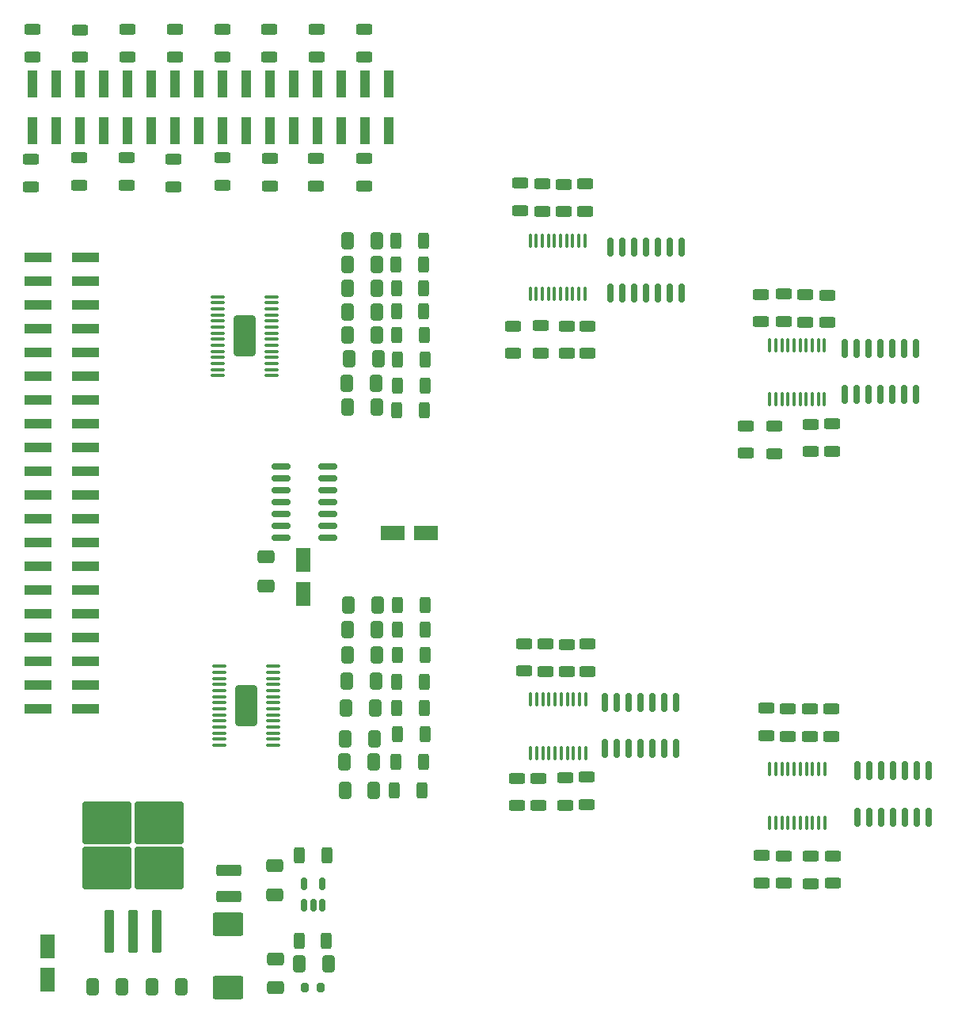
<source format=gbr>
%TF.GenerationSoftware,KiCad,Pcbnew,(7.0.0)*%
%TF.CreationDate,2023-04-15T15:54:35-07:00*%
%TF.ProjectId,FaultSignalGenerator_Isaiah_16Channel,4661756c-7453-4696-976e-616c47656e65,rev?*%
%TF.SameCoordinates,Original*%
%TF.FileFunction,Paste,Top*%
%TF.FilePolarity,Positive*%
%FSLAX46Y46*%
G04 Gerber Fmt 4.6, Leading zero omitted, Abs format (unit mm)*
G04 Created by KiCad (PCBNEW (7.0.0)) date 2023-04-15 15:54:35*
%MOMM*%
%LPD*%
G01*
G04 APERTURE LIST*
G04 Aperture macros list*
%AMRoundRect*
0 Rectangle with rounded corners*
0 $1 Rounding radius*
0 $2 $3 $4 $5 $6 $7 $8 $9 X,Y pos of 4 corners*
0 Add a 4 corners polygon primitive as box body*
4,1,4,$2,$3,$4,$5,$6,$7,$8,$9,$2,$3,0*
0 Add four circle primitives for the rounded corners*
1,1,$1+$1,$2,$3*
1,1,$1+$1,$4,$5*
1,1,$1+$1,$6,$7*
1,1,$1+$1,$8,$9*
0 Add four rect primitives between the rounded corners*
20,1,$1+$1,$2,$3,$4,$5,0*
20,1,$1+$1,$4,$5,$6,$7,0*
20,1,$1+$1,$6,$7,$8,$9,0*
20,1,$1+$1,$8,$9,$2,$3,0*%
G04 Aperture macros list end*
%ADD10RoundRect,0.250000X-1.075000X0.375000X-1.075000X-0.375000X1.075000X-0.375000X1.075000X0.375000X0*%
%ADD11RoundRect,0.150000X-0.150000X0.825000X-0.150000X-0.825000X0.150000X-0.825000X0.150000X0.825000X0*%
%ADD12RoundRect,0.250000X-0.312500X-0.625000X0.312500X-0.625000X0.312500X0.625000X-0.312500X0.625000X0*%
%ADD13RoundRect,0.250001X-0.899999X-1.924999X0.899999X-1.924999X0.899999X1.924999X-0.899999X1.924999X0*%
%ADD14RoundRect,0.100000X-0.637500X-0.100000X0.637500X-0.100000X0.637500X0.100000X-0.637500X0.100000X0*%
%ADD15RoundRect,0.250000X0.625000X-0.312500X0.625000X0.312500X-0.625000X0.312500X-0.625000X-0.312500X0*%
%ADD16RoundRect,0.250000X1.400000X1.000000X-1.400000X1.000000X-1.400000X-1.000000X1.400000X-1.000000X0*%
%ADD17RoundRect,0.250000X-0.412500X-0.650000X0.412500X-0.650000X0.412500X0.650000X-0.412500X0.650000X0*%
%ADD18RoundRect,0.250000X0.412500X0.650000X-0.412500X0.650000X-0.412500X-0.650000X0.412500X-0.650000X0*%
%ADD19RoundRect,0.250000X1.050000X0.550000X-1.050000X0.550000X-1.050000X-0.550000X1.050000X-0.550000X0*%
%ADD20RoundRect,0.250000X-0.625000X0.312500X-0.625000X-0.312500X0.625000X-0.312500X0.625000X0.312500X0*%
%ADD21RoundRect,0.100000X0.100000X-0.637500X0.100000X0.637500X-0.100000X0.637500X-0.100000X-0.637500X0*%
%ADD22RoundRect,0.250000X0.650000X-0.412500X0.650000X0.412500X-0.650000X0.412500X-0.650000X-0.412500X0*%
%ADD23RoundRect,0.250000X-0.650000X0.412500X-0.650000X-0.412500X0.650000X-0.412500X0.650000X0.412500X0*%
%ADD24RoundRect,0.250000X0.550000X-1.050000X0.550000X1.050000X-0.550000X1.050000X-0.550000X-1.050000X0*%
%ADD25RoundRect,0.250000X0.312500X0.625000X-0.312500X0.625000X-0.312500X-0.625000X0.312500X-0.625000X0*%
%ADD26RoundRect,0.250000X0.300000X-2.050000X0.300000X2.050000X-0.300000X2.050000X-0.300000X-2.050000X0*%
%ADD27RoundRect,0.250000X2.375000X-2.025000X2.375000X2.025000X-2.375000X2.025000X-2.375000X-2.025000X0*%
%ADD28RoundRect,0.150000X0.150000X-0.512500X0.150000X0.512500X-0.150000X0.512500X-0.150000X-0.512500X0*%
%ADD29RoundRect,0.250000X-0.550000X1.050000X-0.550000X-1.050000X0.550000X-1.050000X0.550000X1.050000X0*%
%ADD30RoundRect,0.200000X0.200000X0.275000X-0.200000X0.275000X-0.200000X-0.275000X0.200000X-0.275000X0*%
%ADD31RoundRect,0.150000X-0.825000X-0.150000X0.825000X-0.150000X0.825000X0.150000X-0.825000X0.150000X0*%
%ADD32R,3.000000X1.000000*%
%ADD33R,1.000000X3.000000*%
G04 APERTURE END LIST*
D10*
%TO.C,L1*%
X76795673Y-122225443D03*
X76795673Y-125025443D03*
%TD*%
D11*
%TO.C,U10*%
X124635500Y-104288000D03*
X123365500Y-104288000D03*
X122095500Y-104288000D03*
X120825500Y-104288000D03*
X119555500Y-104288000D03*
X118285500Y-104288000D03*
X117015500Y-104288000D03*
X117015500Y-109238000D03*
X118285500Y-109238000D03*
X119555500Y-109238000D03*
X120825500Y-109238000D03*
X122095500Y-109238000D03*
X123365500Y-109238000D03*
X124635500Y-109238000D03*
%TD*%
D12*
%TO.C,R50*%
X94843592Y-96518621D03*
X97768592Y-96518621D03*
%TD*%
D13*
%TO.C,U14*%
X78661113Y-104633812D03*
D14*
X75798613Y-100408812D03*
X75798613Y-101058812D03*
X75798613Y-101708812D03*
X75798613Y-102358812D03*
X75798613Y-103008812D03*
X75798613Y-103658812D03*
X75798613Y-104308812D03*
X75798613Y-104958812D03*
X75798613Y-105608812D03*
X75798613Y-106258812D03*
X75798613Y-106908812D03*
X75798613Y-107558812D03*
X75798613Y-108208812D03*
X75798613Y-108858812D03*
X81523613Y-108858812D03*
X81523613Y-108208812D03*
X81523613Y-107558812D03*
X81523613Y-106908812D03*
X81523613Y-106258812D03*
X81523613Y-105608812D03*
X81523613Y-104958812D03*
X81523613Y-104308812D03*
X81523613Y-103658812D03*
X81523613Y-103008812D03*
X81523613Y-102358812D03*
X81523613Y-101708812D03*
X81523613Y-101058812D03*
X81523613Y-100408812D03*
%TD*%
D12*
%TO.C,R127*%
X94758500Y-73074000D03*
X97683500Y-73074000D03*
%TD*%
%TO.C,R103*%
X94716082Y-62421099D03*
X97641082Y-62421099D03*
%TD*%
D15*
%TO.C,R11*%
X65890751Y-49002500D03*
X65890751Y-46077500D03*
%TD*%
%TO.C,R48*%
X140775500Y-63663000D03*
X140775500Y-60738000D03*
%TD*%
D16*
%TO.C,D1*%
X76710500Y-134805500D03*
X76710500Y-128005500D03*
%TD*%
D11*
%TO.C,U11*%
X125225500Y-55588000D03*
X123955500Y-55588000D03*
X122685500Y-55588000D03*
X121415500Y-55588000D03*
X120145500Y-55588000D03*
X118875500Y-55588000D03*
X117605500Y-55588000D03*
X117605500Y-60538000D03*
X118875500Y-60538000D03*
X120145500Y-60538000D03*
X121415500Y-60538000D03*
X122685500Y-60538000D03*
X123955500Y-60538000D03*
X125225500Y-60538000D03*
%TD*%
D12*
%TO.C,R52*%
X94774024Y-102088317D03*
X97699024Y-102088317D03*
%TD*%
D15*
%TO.C,R44*%
X115175500Y-100963000D03*
X115175500Y-98038000D03*
%TD*%
D12*
%TO.C,R74*%
X94857116Y-107663856D03*
X97782116Y-107663856D03*
%TD*%
%TO.C,R104*%
X94758500Y-65014992D03*
X97683500Y-65014992D03*
%TD*%
D17*
%TO.C,C45*%
X89470386Y-62586922D03*
X92595386Y-62586922D03*
%TD*%
D18*
%TO.C,C80*%
X65338000Y-134690500D03*
X62213000Y-134690500D03*
%TD*%
D15*
%TO.C,R24*%
X115165500Y-66975500D03*
X115165500Y-64050500D03*
%TD*%
D19*
%TO.C,C27*%
X97925500Y-86188000D03*
X94325500Y-86188000D03*
%TD*%
D15*
%TO.C,R14*%
X81190751Y-49052500D03*
X81190751Y-46127500D03*
%TD*%
%TO.C,R40*%
X141314205Y-77435948D03*
X141314205Y-74510948D03*
%TD*%
D12*
%TO.C,R76*%
X94504500Y-113714000D03*
X97429500Y-113714000D03*
%TD*%
D15*
%TO.C,R33*%
X107638285Y-115302965D03*
X107638285Y-112377965D03*
%TD*%
D12*
%TO.C,R53*%
X94766705Y-104867220D03*
X97691705Y-104867220D03*
%TD*%
D15*
%TO.C,R41*%
X108375500Y-100913000D03*
X108375500Y-97988000D03*
%TD*%
D20*
%TO.C,R6*%
X81140751Y-32327500D03*
X81140751Y-35252500D03*
%TD*%
D15*
%TO.C,R9*%
X55640751Y-49152500D03*
X55640751Y-46227500D03*
%TD*%
%TO.C,R42*%
X110675500Y-100963000D03*
X110675500Y-98038000D03*
%TD*%
D21*
%TO.C,U1*%
X134670500Y-117125500D03*
X135320500Y-117125500D03*
X135970500Y-117125500D03*
X136620500Y-117125500D03*
X137270500Y-117125500D03*
X137920500Y-117125500D03*
X138570500Y-117125500D03*
X139220500Y-117125500D03*
X139870500Y-117125500D03*
X140520500Y-117125500D03*
X140520500Y-111400500D03*
X139870500Y-111400500D03*
X139220500Y-111400500D03*
X138570500Y-111400500D03*
X137920500Y-111400500D03*
X137270500Y-111400500D03*
X136620500Y-111400500D03*
X135970500Y-111400500D03*
X135320500Y-111400500D03*
X134670500Y-111400500D03*
%TD*%
D12*
%TO.C,R102*%
X94712745Y-59979614D03*
X97637745Y-59979614D03*
%TD*%
D15*
%TO.C,R46*%
X136125500Y-63563000D03*
X136125500Y-60638000D03*
%TD*%
%TO.C,R27*%
X138909500Y-107914000D03*
X138909500Y-104989000D03*
%TD*%
D20*
%TO.C,R4*%
X71040751Y-32327500D03*
X71040751Y-35252500D03*
%TD*%
D15*
%TO.C,R17*%
X133782240Y-123560790D03*
X133782240Y-120635790D03*
%TD*%
%TO.C,R21*%
X107222558Y-66958598D03*
X107222558Y-64033598D03*
%TD*%
%TO.C,R43*%
X112925500Y-101013000D03*
X112925500Y-98088000D03*
%TD*%
D17*
%TO.C,C35*%
X89206980Y-110641551D03*
X92331980Y-110641551D03*
%TD*%
D22*
%TO.C,C81*%
X81745629Y-124844997D03*
X81745629Y-121719997D03*
%TD*%
D15*
%TO.C,R13*%
X76140751Y-49002500D03*
X76140751Y-46077500D03*
%TD*%
D12*
%TO.C,R51*%
X94840844Y-99217890D03*
X97765844Y-99217890D03*
%TD*%
D17*
%TO.C,C32*%
X89539936Y-96533812D03*
X92664936Y-96533812D03*
%TD*%
D15*
%TO.C,R18*%
X136182240Y-123623290D03*
X136182240Y-120698290D03*
%TD*%
D20*
%TO.C,R3*%
X65940751Y-32327500D03*
X65940751Y-35252500D03*
%TD*%
D17*
%TO.C,C37*%
X89470386Y-60046922D03*
X92595386Y-60046922D03*
%TD*%
D23*
%TO.C,C28*%
X80825500Y-88725500D03*
X80825500Y-91850500D03*
%TD*%
D24*
%TO.C,C79*%
X57425500Y-133950500D03*
X57425500Y-130350500D03*
%TD*%
D11*
%TO.C,U9*%
X151655500Y-111588000D03*
X150385500Y-111588000D03*
X149115500Y-111588000D03*
X147845500Y-111588000D03*
X146575500Y-111588000D03*
X145305500Y-111588000D03*
X144035500Y-111588000D03*
X144035500Y-116538000D03*
X145305500Y-116538000D03*
X146575500Y-116538000D03*
X147845500Y-116538000D03*
X149115500Y-116538000D03*
X150385500Y-116538000D03*
X151655500Y-116538000D03*
%TD*%
D25*
%TO.C,R140*%
X87297224Y-120612426D03*
X84372224Y-120612426D03*
%TD*%
D17*
%TO.C,C40*%
X89619025Y-93845568D03*
X92744025Y-93845568D03*
%TD*%
D15*
%TO.C,R19*%
X138995500Y-123663000D03*
X138995500Y-120738000D03*
%TD*%
%TO.C,R47*%
X138475500Y-63613000D03*
X138475500Y-60688000D03*
%TD*%
D12*
%TO.C,R125*%
X94870430Y-67589397D03*
X97795430Y-67589397D03*
%TD*%
%TO.C,R49*%
X94838274Y-93891669D03*
X97763274Y-93891669D03*
%TD*%
D21*
%TO.C,U4*%
X134650500Y-71850500D03*
X135300500Y-71850500D03*
X135950500Y-71850500D03*
X136600500Y-71850500D03*
X137250500Y-71850500D03*
X137900500Y-71850500D03*
X138550500Y-71850500D03*
X139200500Y-71850500D03*
X139850500Y-71850500D03*
X140500500Y-71850500D03*
X140500500Y-66125500D03*
X139850500Y-66125500D03*
X139200500Y-66125500D03*
X138550500Y-66125500D03*
X137900500Y-66125500D03*
X137250500Y-66125500D03*
X136600500Y-66125500D03*
X135950500Y-66125500D03*
X135300500Y-66125500D03*
X134650500Y-66125500D03*
%TD*%
D26*
%TO.C,U16*%
X64010500Y-128715500D03*
X66550500Y-128715500D03*
X69090500Y-128715500D03*
D27*
X63775500Y-121990500D03*
X69325500Y-121990500D03*
X63775500Y-117140500D03*
X69325500Y-117140500D03*
%TD*%
D23*
%TO.C,C83*%
X81790500Y-131680500D03*
X81790500Y-134805500D03*
%TD*%
D21*
%TO.C,U2*%
X109040500Y-60625500D03*
X109690500Y-60625500D03*
X110340500Y-60625500D03*
X110990500Y-60625500D03*
X111640500Y-60625500D03*
X112290500Y-60625500D03*
X112940500Y-60625500D03*
X113590500Y-60625500D03*
X114240500Y-60625500D03*
X114890500Y-60625500D03*
X114890500Y-54900500D03*
X114240500Y-54900500D03*
X113590500Y-54900500D03*
X112940500Y-54900500D03*
X112290500Y-54900500D03*
X111640500Y-54900500D03*
X110990500Y-54900500D03*
X110340500Y-54900500D03*
X109690500Y-54900500D03*
X109040500Y-54900500D03*
%TD*%
D15*
%TO.C,R23*%
X112915320Y-66969390D03*
X112915320Y-64044390D03*
%TD*%
%TO.C,R25*%
X134277500Y-107838000D03*
X134277500Y-104913000D03*
%TD*%
%TO.C,R34*%
X109888285Y-115302965D03*
X109888285Y-112377965D03*
%TD*%
%TO.C,R31*%
X112615500Y-51813000D03*
X112615500Y-48888000D03*
%TD*%
D17*
%TO.C,C84*%
X68563000Y-134690500D03*
X71688000Y-134690500D03*
%TD*%
%TO.C,C47*%
X89470386Y-72746922D03*
X92595386Y-72746922D03*
%TD*%
%TO.C,C34*%
X89346445Y-104903273D03*
X92471445Y-104903273D03*
%TD*%
D12*
%TO.C,R141*%
X84300485Y-129794954D03*
X87225485Y-129794954D03*
%TD*%
D17*
%TO.C,C43*%
X89213438Y-113653611D03*
X92338438Y-113653611D03*
%TD*%
D28*
%TO.C,U18*%
X84884724Y-125921075D03*
X85834724Y-125921075D03*
X86784724Y-125921075D03*
X86784724Y-123646075D03*
X84884724Y-123646075D03*
%TD*%
D15*
%TO.C,R26*%
X136577500Y-107888000D03*
X136577500Y-104963000D03*
%TD*%
%TO.C,R12*%
X70890751Y-49152500D03*
X70890751Y-46227500D03*
%TD*%
D17*
%TO.C,C42*%
X89252113Y-108189812D03*
X92377113Y-108189812D03*
%TD*%
D15*
%TO.C,R39*%
X139034662Y-77488889D03*
X139034662Y-74563889D03*
%TD*%
D18*
%TO.C,C82*%
X87455500Y-132265500D03*
X84330500Y-132265500D03*
%TD*%
D29*
%TO.C,C29*%
X84725500Y-89088000D03*
X84725500Y-92688000D03*
%TD*%
D12*
%TO.C,R126*%
X94877831Y-70387664D03*
X97802831Y-70387664D03*
%TD*%
D30*
%TO.C,R142*%
X86618000Y-134805500D03*
X84968000Y-134805500D03*
%TD*%
D15*
%TO.C,R45*%
X133707919Y-63571862D03*
X133707919Y-60646862D03*
%TD*%
D20*
%TO.C,R7*%
X86221428Y-32349567D03*
X86221428Y-35274567D03*
%TD*%
D12*
%TO.C,R101*%
X94679661Y-54966922D03*
X97604661Y-54966922D03*
%TD*%
D20*
%TO.C,R5*%
X76090751Y-32327500D03*
X76090751Y-35252500D03*
%TD*%
D15*
%TO.C,R37*%
X132092400Y-77639849D03*
X132092400Y-74714849D03*
%TD*%
%TO.C,R16*%
X91240751Y-49052500D03*
X91240751Y-46127500D03*
%TD*%
D21*
%TO.C,U3*%
X109100500Y-109675500D03*
X109750500Y-109675500D03*
X110400500Y-109675500D03*
X111050500Y-109675500D03*
X111700500Y-109675500D03*
X112350500Y-109675500D03*
X113000500Y-109675500D03*
X113650500Y-109675500D03*
X114300500Y-109675500D03*
X114950500Y-109675500D03*
X114950500Y-103950500D03*
X114300500Y-103950500D03*
X113650500Y-103950500D03*
X113000500Y-103950500D03*
X112350500Y-103950500D03*
X111700500Y-103950500D03*
X111050500Y-103950500D03*
X110400500Y-103950500D03*
X109750500Y-103950500D03*
X109100500Y-103950500D03*
%TD*%
D12*
%TO.C,R100*%
X94679661Y-57506922D03*
X97604661Y-57506922D03*
%TD*%
D20*
%TO.C,R1*%
X55790751Y-32327500D03*
X55790751Y-35252500D03*
%TD*%
D15*
%TO.C,R28*%
X141195500Y-107914000D03*
X141195500Y-104989000D03*
%TD*%
%TO.C,R29*%
X107965500Y-51713000D03*
X107965500Y-48788000D03*
%TD*%
D17*
%TO.C,C33*%
X89497165Y-99217589D03*
X92622165Y-99217589D03*
%TD*%
%TO.C,C36*%
X89470386Y-57506922D03*
X92595386Y-57506922D03*
%TD*%
D15*
%TO.C,R38*%
X135155383Y-77662500D03*
X135155383Y-74737500D03*
%TD*%
D17*
%TO.C,C46*%
X89640000Y-67579466D03*
X92765000Y-67579466D03*
%TD*%
%TO.C,C44*%
X89470386Y-54966922D03*
X92595386Y-54966922D03*
%TD*%
D31*
%TO.C,U13*%
X82425500Y-79038000D03*
X82425500Y-80308000D03*
X82425500Y-81578000D03*
X82425500Y-82848000D03*
X82425500Y-84118000D03*
X82425500Y-85388000D03*
X82425500Y-86658000D03*
X87375500Y-86658000D03*
X87375500Y-85388000D03*
X87375500Y-84118000D03*
X87375500Y-82848000D03*
X87375500Y-81578000D03*
X87375500Y-80308000D03*
X87375500Y-79038000D03*
%TD*%
D17*
%TO.C,C39*%
X89445192Y-70188162D03*
X92570192Y-70188162D03*
%TD*%
D15*
%TO.C,R30*%
X110365500Y-51763000D03*
X110365500Y-48838000D03*
%TD*%
D32*
%TO.C,J1*%
X61449999Y-56669999D03*
X56409999Y-56669999D03*
X61449999Y-59209999D03*
X56409999Y-59209999D03*
X61449999Y-61749999D03*
X56409999Y-61749999D03*
X61449999Y-64289999D03*
X56409999Y-64289999D03*
X61449999Y-66829999D03*
X56409999Y-66829999D03*
X61449999Y-69369999D03*
X56409999Y-69369999D03*
X61449999Y-71909999D03*
X56409999Y-71909999D03*
X61449999Y-74449999D03*
X56409999Y-74449999D03*
X61449999Y-76989999D03*
X56409999Y-76989999D03*
X61449999Y-79529999D03*
X56409999Y-79529999D03*
X61449999Y-82069999D03*
X56409999Y-82069999D03*
X61449999Y-84609999D03*
X56409999Y-84609999D03*
X61449999Y-87149999D03*
X56409999Y-87149999D03*
X61449999Y-89689999D03*
X56409999Y-89689999D03*
X61449999Y-92229999D03*
X56409999Y-92229999D03*
X61449999Y-94769999D03*
X56409999Y-94769999D03*
X61449999Y-97309999D03*
X56409999Y-97309999D03*
X61449999Y-99849999D03*
X56409999Y-99849999D03*
X61449999Y-102389999D03*
X56409999Y-102389999D03*
X61449999Y-104929999D03*
X56409999Y-104929999D03*
%TD*%
D15*
%TO.C,R22*%
X110121921Y-66918249D03*
X110121921Y-63993249D03*
%TD*%
D17*
%TO.C,C41*%
X89447557Y-102017996D03*
X92572557Y-102017996D03*
%TD*%
D15*
%TO.C,R10*%
X60840751Y-49002500D03*
X60840751Y-46077500D03*
%TD*%
D20*
%TO.C,R8*%
X91290751Y-32327500D03*
X91290751Y-35252500D03*
%TD*%
D13*
%TO.C,U15*%
X78502500Y-65126922D03*
D14*
X75640000Y-60901922D03*
X75640000Y-61551922D03*
X75640000Y-62201922D03*
X75640000Y-62851922D03*
X75640000Y-63501922D03*
X75640000Y-64151922D03*
X75640000Y-64801922D03*
X75640000Y-65451922D03*
X75640000Y-66101922D03*
X75640000Y-66751922D03*
X75640000Y-67401922D03*
X75640000Y-68051922D03*
X75640000Y-68701922D03*
X75640000Y-69351922D03*
X81365000Y-69351922D03*
X81365000Y-68701922D03*
X81365000Y-68051922D03*
X81365000Y-67401922D03*
X81365000Y-66751922D03*
X81365000Y-66101922D03*
X81365000Y-65451922D03*
X81365000Y-64801922D03*
X81365000Y-64151922D03*
X81365000Y-63501922D03*
X81365000Y-62851922D03*
X81365000Y-62201922D03*
X81365000Y-61551922D03*
X81365000Y-60901922D03*
%TD*%
D12*
%TO.C,R75*%
X94700490Y-110655228D03*
X97625490Y-110655228D03*
%TD*%
D15*
%TO.C,R32*%
X114915500Y-51763000D03*
X114915500Y-48838000D03*
%TD*%
%TO.C,R35*%
X112825500Y-115263000D03*
X112825500Y-112338000D03*
%TD*%
D11*
%TO.C,U12*%
X150305500Y-66438000D03*
X149035500Y-66438000D03*
X147765500Y-66438000D03*
X146495500Y-66438000D03*
X145225500Y-66438000D03*
X143955500Y-66438000D03*
X142685500Y-66438000D03*
X142685500Y-71388000D03*
X143955500Y-71388000D03*
X145225500Y-71388000D03*
X146495500Y-71388000D03*
X147765500Y-71388000D03*
X149035500Y-71388000D03*
X150305500Y-71388000D03*
%TD*%
D20*
%TO.C,R2*%
X60865067Y-32372307D03*
X60865067Y-35297307D03*
%TD*%
D15*
%TO.C,R15*%
X86140751Y-49052500D03*
X86140751Y-46127500D03*
%TD*%
D33*
%TO.C,J2*%
X55770750Y-38139999D03*
X55770750Y-43179999D03*
X58310750Y-38139999D03*
X58310750Y-43179999D03*
X60850750Y-38139999D03*
X60850750Y-43179999D03*
X63390750Y-38139999D03*
X63390750Y-43179999D03*
X65930750Y-38139999D03*
X65930750Y-43179999D03*
X68470750Y-38139999D03*
X68470750Y-43179999D03*
X71010750Y-38139999D03*
X71010750Y-43179999D03*
X73550750Y-38139999D03*
X73550750Y-43179999D03*
X76090750Y-38139999D03*
X76090750Y-43179999D03*
X78630750Y-38139999D03*
X78630750Y-43179999D03*
X81170750Y-38139999D03*
X81170750Y-43179999D03*
X83710750Y-38139999D03*
X83710750Y-43179999D03*
X86250750Y-38139999D03*
X86250750Y-43179999D03*
X88790750Y-38139999D03*
X88790750Y-43179999D03*
X91330750Y-38139999D03*
X91330750Y-43179999D03*
X93870750Y-38139999D03*
X93870750Y-43179999D03*
%TD*%
D15*
%TO.C,R20*%
X141445500Y-123625500D03*
X141445500Y-120700500D03*
%TD*%
D17*
%TO.C,C38*%
X89471542Y-65020650D03*
X92596542Y-65020650D03*
%TD*%
D15*
%TO.C,R36*%
X115075500Y-115213000D03*
X115075500Y-112288000D03*
%TD*%
M02*

</source>
